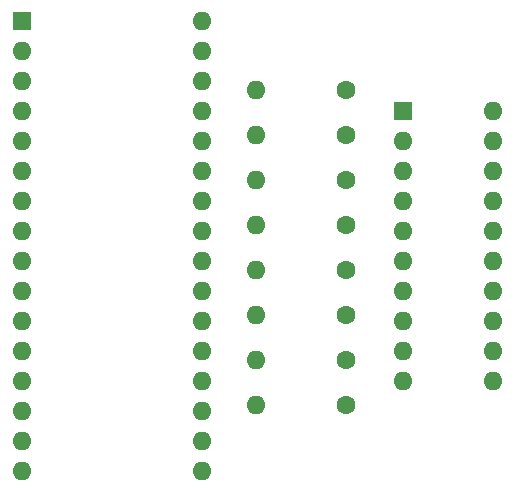
<source format=gts>
G04 #@! TF.GenerationSoftware,KiCad,Pcbnew,5.1.12-84ad8e8a86~92~ubuntu20.04.1*
G04 #@! TF.CreationDate,2022-09-18T19:07:34-04:00*
G04 #@! TF.ProjectId,pal-dumper,70616c2d-6475-46d7-9065-722e6b696361,v1.0*
G04 #@! TF.SameCoordinates,Original*
G04 #@! TF.FileFunction,Soldermask,Top*
G04 #@! TF.FilePolarity,Negative*
%FSLAX46Y46*%
G04 Gerber Fmt 4.6, Leading zero omitted, Abs format (unit mm)*
G04 Created by KiCad (PCBNEW 5.1.12-84ad8e8a86~92~ubuntu20.04.1) date 2022-09-18 19:07:34*
%MOMM*%
%LPD*%
G01*
G04 APERTURE LIST*
%ADD10O,1.600000X1.600000*%
%ADD11C,1.600000*%
%ADD12R,1.600000X1.600000*%
G04 APERTURE END LIST*
D10*
X136144000Y-92710000D03*
D11*
X143764000Y-92710000D03*
D10*
X156210000Y-83058000D03*
X148590000Y-105918000D03*
X156210000Y-85598000D03*
X148590000Y-103378000D03*
X156210000Y-88138000D03*
X148590000Y-100838000D03*
X156210000Y-90678000D03*
X148590000Y-98298000D03*
X156210000Y-93218000D03*
X148590000Y-95758000D03*
X156210000Y-95758000D03*
X148590000Y-93218000D03*
X156210000Y-98298000D03*
X148590000Y-90678000D03*
X156210000Y-100838000D03*
X148590000Y-88138000D03*
X156210000Y-103378000D03*
X148590000Y-85598000D03*
X156210000Y-105918000D03*
D12*
X148590000Y-83058000D03*
D10*
X131572000Y-75438000D03*
X116332000Y-113538000D03*
X131572000Y-77978000D03*
X116332000Y-110998000D03*
X131572000Y-80518000D03*
X116332000Y-108458000D03*
X131572000Y-83058000D03*
X116332000Y-105918000D03*
X131572000Y-85598000D03*
X116332000Y-103378000D03*
X131572000Y-88138000D03*
X116332000Y-100838000D03*
X131572000Y-90678000D03*
X116332000Y-98298000D03*
X131572000Y-93218000D03*
X116332000Y-95758000D03*
X131572000Y-95758000D03*
X116332000Y-93218000D03*
X131572000Y-98298000D03*
X116332000Y-90678000D03*
X131572000Y-100838000D03*
X116332000Y-88138000D03*
X131572000Y-103378000D03*
X116332000Y-85598000D03*
X131572000Y-105918000D03*
X116332000Y-83058000D03*
X131572000Y-108458000D03*
X116332000Y-80518000D03*
X131572000Y-110998000D03*
X116332000Y-77978000D03*
X131572000Y-113538000D03*
D12*
X116332000Y-75438000D03*
D10*
X136144000Y-81280000D03*
D11*
X143764000Y-81280000D03*
D10*
X136144000Y-85090000D03*
D11*
X143764000Y-85090000D03*
D10*
X136144000Y-88900000D03*
D11*
X143764000Y-88900000D03*
D10*
X136144000Y-96520000D03*
D11*
X143764000Y-96520000D03*
D10*
X136144000Y-100330000D03*
D11*
X143764000Y-100330000D03*
D10*
X136144000Y-104140000D03*
D11*
X143764000Y-104140000D03*
D10*
X136144000Y-107950000D03*
D11*
X143764000Y-107950000D03*
M02*

</source>
